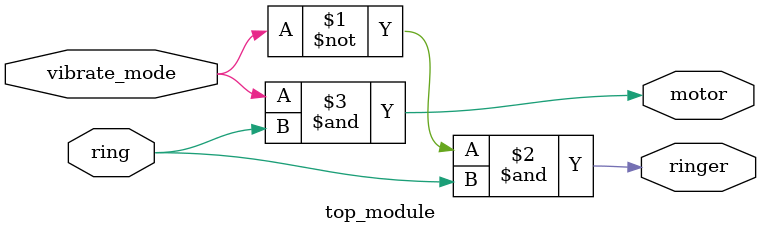
<source format=v>
module top_module (
    input ring,
    input vibrate_mode,
    output ringer,       // Make sound
    output motor         // Vibrate
);
    
    assign ringer = ~vibrate_mode & ring;
    assign motor = vibrate_mode & ring;

endmodule

</source>
